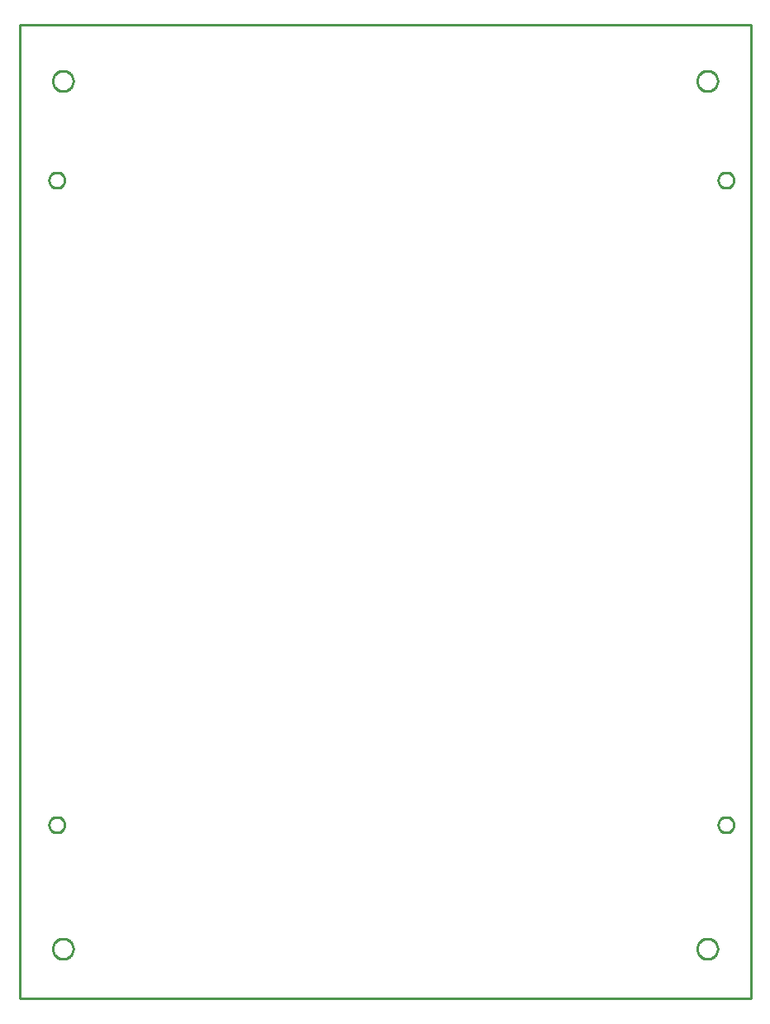
<source format=gbr>
G04 EAGLE Gerber RS-274X export*
G75*
%MOMM*%
%FSLAX34Y34*%
%LPD*%
%INSolderpaste Bottom*%
%IPPOS*%
%AMOC8*
5,1,8,0,0,1.08239X$1,22.5*%
G01*
%ADD10C,0.254000*%


D10*
X0Y0D02*
X749300Y0D01*
X749300Y996950D01*
X0Y996950D01*
X0Y0D01*
X731900Y177407D02*
X731823Y176625D01*
X731670Y175854D01*
X731441Y175102D01*
X731141Y174375D01*
X730770Y173682D01*
X730333Y173029D01*
X729835Y172421D01*
X729279Y171865D01*
X728671Y171367D01*
X728018Y170930D01*
X727325Y170559D01*
X726598Y170259D01*
X725846Y170030D01*
X725075Y169877D01*
X724293Y169800D01*
X723507Y169800D01*
X722725Y169877D01*
X721954Y170030D01*
X721202Y170259D01*
X720475Y170559D01*
X719782Y170930D01*
X719129Y171367D01*
X718521Y171865D01*
X717965Y172421D01*
X717467Y173029D01*
X717030Y173682D01*
X716659Y174375D01*
X716359Y175102D01*
X716130Y175854D01*
X715977Y176625D01*
X715900Y177407D01*
X715900Y178193D01*
X715977Y178975D01*
X716130Y179746D01*
X716359Y180498D01*
X716659Y181225D01*
X717030Y181918D01*
X717467Y182571D01*
X717965Y183179D01*
X718521Y183735D01*
X719129Y184233D01*
X719782Y184670D01*
X720475Y185041D01*
X721202Y185341D01*
X721954Y185570D01*
X722725Y185723D01*
X723507Y185800D01*
X724293Y185800D01*
X725075Y185723D01*
X725846Y185570D01*
X726598Y185341D01*
X727325Y185041D01*
X728018Y184670D01*
X728671Y184233D01*
X729279Y183735D01*
X729835Y183179D01*
X730333Y182571D01*
X730770Y181918D01*
X731141Y181225D01*
X731441Y180498D01*
X731670Y179746D01*
X731823Y178975D01*
X731900Y178193D01*
X731900Y177407D01*
X46100Y177407D02*
X46023Y176625D01*
X45870Y175854D01*
X45641Y175102D01*
X45341Y174375D01*
X44970Y173682D01*
X44533Y173029D01*
X44035Y172421D01*
X43479Y171865D01*
X42871Y171367D01*
X42218Y170930D01*
X41525Y170559D01*
X40798Y170259D01*
X40046Y170030D01*
X39275Y169877D01*
X38493Y169800D01*
X37707Y169800D01*
X36925Y169877D01*
X36154Y170030D01*
X35402Y170259D01*
X34675Y170559D01*
X33982Y170930D01*
X33329Y171367D01*
X32721Y171865D01*
X32165Y172421D01*
X31667Y173029D01*
X31230Y173682D01*
X30859Y174375D01*
X30559Y175102D01*
X30330Y175854D01*
X30177Y176625D01*
X30100Y177407D01*
X30100Y178193D01*
X30177Y178975D01*
X30330Y179746D01*
X30559Y180498D01*
X30859Y181225D01*
X31230Y181918D01*
X31667Y182571D01*
X32165Y183179D01*
X32721Y183735D01*
X33329Y184233D01*
X33982Y184670D01*
X34675Y185041D01*
X35402Y185341D01*
X36154Y185570D01*
X36925Y185723D01*
X37707Y185800D01*
X38493Y185800D01*
X39275Y185723D01*
X40046Y185570D01*
X40798Y185341D01*
X41525Y185041D01*
X42218Y184670D01*
X42871Y184233D01*
X43479Y183735D01*
X44035Y183179D01*
X44533Y182571D01*
X44970Y181918D01*
X45341Y181225D01*
X45641Y180498D01*
X45870Y179746D01*
X46023Y178975D01*
X46100Y178193D01*
X46100Y177407D01*
X46100Y837807D02*
X46023Y837025D01*
X45870Y836254D01*
X45641Y835502D01*
X45341Y834775D01*
X44970Y834082D01*
X44533Y833429D01*
X44035Y832821D01*
X43479Y832265D01*
X42871Y831767D01*
X42218Y831330D01*
X41525Y830959D01*
X40798Y830659D01*
X40046Y830430D01*
X39275Y830277D01*
X38493Y830200D01*
X37707Y830200D01*
X36925Y830277D01*
X36154Y830430D01*
X35402Y830659D01*
X34675Y830959D01*
X33982Y831330D01*
X33329Y831767D01*
X32721Y832265D01*
X32165Y832821D01*
X31667Y833429D01*
X31230Y834082D01*
X30859Y834775D01*
X30559Y835502D01*
X30330Y836254D01*
X30177Y837025D01*
X30100Y837807D01*
X30100Y838593D01*
X30177Y839375D01*
X30330Y840146D01*
X30559Y840898D01*
X30859Y841625D01*
X31230Y842318D01*
X31667Y842971D01*
X32165Y843579D01*
X32721Y844135D01*
X33329Y844633D01*
X33982Y845070D01*
X34675Y845441D01*
X35402Y845741D01*
X36154Y845970D01*
X36925Y846123D01*
X37707Y846200D01*
X38493Y846200D01*
X39275Y846123D01*
X40046Y845970D01*
X40798Y845741D01*
X41525Y845441D01*
X42218Y845070D01*
X42871Y844633D01*
X43479Y844135D01*
X44035Y843579D01*
X44533Y842971D01*
X44970Y842318D01*
X45341Y841625D01*
X45641Y840898D01*
X45870Y840146D01*
X46023Y839375D01*
X46100Y838593D01*
X46100Y837807D01*
X731900Y837807D02*
X731823Y837025D01*
X731670Y836254D01*
X731441Y835502D01*
X731141Y834775D01*
X730770Y834082D01*
X730333Y833429D01*
X729835Y832821D01*
X729279Y832265D01*
X728671Y831767D01*
X728018Y831330D01*
X727325Y830959D01*
X726598Y830659D01*
X725846Y830430D01*
X725075Y830277D01*
X724293Y830200D01*
X723507Y830200D01*
X722725Y830277D01*
X721954Y830430D01*
X721202Y830659D01*
X720475Y830959D01*
X719782Y831330D01*
X719129Y831767D01*
X718521Y832265D01*
X717965Y832821D01*
X717467Y833429D01*
X717030Y834082D01*
X716659Y834775D01*
X716359Y835502D01*
X716130Y836254D01*
X715977Y837025D01*
X715900Y837807D01*
X715900Y838593D01*
X715977Y839375D01*
X716130Y840146D01*
X716359Y840898D01*
X716659Y841625D01*
X717030Y842318D01*
X717467Y842971D01*
X717965Y843579D01*
X718521Y844135D01*
X719129Y844633D01*
X719782Y845070D01*
X720475Y845441D01*
X721202Y845741D01*
X721954Y845970D01*
X722725Y846123D01*
X723507Y846200D01*
X724293Y846200D01*
X725075Y846123D01*
X725846Y845970D01*
X726598Y845741D01*
X727325Y845441D01*
X728018Y845070D01*
X728671Y844633D01*
X729279Y844135D01*
X729835Y843579D01*
X730333Y842971D01*
X730770Y842318D01*
X731141Y841625D01*
X731441Y840898D01*
X731670Y840146D01*
X731823Y839375D01*
X731900Y838593D01*
X731900Y837807D01*
X54950Y939387D02*
X54885Y938565D01*
X54756Y937750D01*
X54564Y936948D01*
X54309Y936163D01*
X53993Y935401D01*
X53618Y934666D01*
X53187Y933962D01*
X52702Y933295D01*
X52166Y932667D01*
X51583Y932084D01*
X50956Y931548D01*
X50288Y931063D01*
X49584Y930632D01*
X48849Y930257D01*
X48087Y929941D01*
X47302Y929686D01*
X46500Y929494D01*
X45685Y929365D01*
X44863Y929300D01*
X44037Y929300D01*
X43215Y929365D01*
X42400Y929494D01*
X41598Y929686D01*
X40813Y929941D01*
X40051Y930257D01*
X39316Y930632D01*
X38612Y931063D01*
X37945Y931548D01*
X37317Y932084D01*
X36734Y932667D01*
X36198Y933295D01*
X35713Y933962D01*
X35282Y934666D01*
X34907Y935401D01*
X34591Y936163D01*
X34336Y936948D01*
X34144Y937750D01*
X34015Y938565D01*
X33950Y939387D01*
X33950Y940213D01*
X34015Y941035D01*
X34144Y941850D01*
X34336Y942652D01*
X34591Y943437D01*
X34907Y944199D01*
X35282Y944934D01*
X35713Y945638D01*
X36198Y946306D01*
X36734Y946933D01*
X37317Y947516D01*
X37945Y948052D01*
X38612Y948537D01*
X39316Y948968D01*
X40051Y949343D01*
X40813Y949659D01*
X41598Y949914D01*
X42400Y950106D01*
X43215Y950235D01*
X44037Y950300D01*
X44863Y950300D01*
X45685Y950235D01*
X46500Y950106D01*
X47302Y949914D01*
X48087Y949659D01*
X48849Y949343D01*
X49584Y948968D01*
X50288Y948537D01*
X50956Y948052D01*
X51583Y947516D01*
X52166Y946933D01*
X52702Y946306D01*
X53187Y945638D01*
X53618Y944934D01*
X53993Y944199D01*
X54309Y943437D01*
X54564Y942652D01*
X54756Y941850D01*
X54885Y941035D01*
X54950Y940213D01*
X54950Y939387D01*
X715350Y939387D02*
X715285Y938565D01*
X715156Y937750D01*
X714964Y936948D01*
X714709Y936163D01*
X714393Y935401D01*
X714018Y934666D01*
X713587Y933962D01*
X713102Y933295D01*
X712566Y932667D01*
X711983Y932084D01*
X711356Y931548D01*
X710688Y931063D01*
X709984Y930632D01*
X709249Y930257D01*
X708487Y929941D01*
X707702Y929686D01*
X706900Y929494D01*
X706085Y929365D01*
X705263Y929300D01*
X704437Y929300D01*
X703615Y929365D01*
X702800Y929494D01*
X701998Y929686D01*
X701213Y929941D01*
X700451Y930257D01*
X699716Y930632D01*
X699012Y931063D01*
X698345Y931548D01*
X697717Y932084D01*
X697134Y932667D01*
X696598Y933295D01*
X696113Y933962D01*
X695682Y934666D01*
X695307Y935401D01*
X694991Y936163D01*
X694736Y936948D01*
X694544Y937750D01*
X694415Y938565D01*
X694350Y939387D01*
X694350Y940213D01*
X694415Y941035D01*
X694544Y941850D01*
X694736Y942652D01*
X694991Y943437D01*
X695307Y944199D01*
X695682Y944934D01*
X696113Y945638D01*
X696598Y946306D01*
X697134Y946933D01*
X697717Y947516D01*
X698345Y948052D01*
X699012Y948537D01*
X699716Y948968D01*
X700451Y949343D01*
X701213Y949659D01*
X701998Y949914D01*
X702800Y950106D01*
X703615Y950235D01*
X704437Y950300D01*
X705263Y950300D01*
X706085Y950235D01*
X706900Y950106D01*
X707702Y949914D01*
X708487Y949659D01*
X709249Y949343D01*
X709984Y948968D01*
X710688Y948537D01*
X711356Y948052D01*
X711983Y947516D01*
X712566Y946933D01*
X713102Y946306D01*
X713587Y945638D01*
X714018Y944934D01*
X714393Y944199D01*
X714709Y943437D01*
X714964Y942652D01*
X715156Y941850D01*
X715285Y941035D01*
X715350Y940213D01*
X715350Y939387D01*
X54950Y50387D02*
X54885Y49565D01*
X54756Y48750D01*
X54564Y47948D01*
X54309Y47163D01*
X53993Y46401D01*
X53618Y45666D01*
X53187Y44962D01*
X52702Y44295D01*
X52166Y43667D01*
X51583Y43084D01*
X50956Y42548D01*
X50288Y42063D01*
X49584Y41632D01*
X48849Y41257D01*
X48087Y40941D01*
X47302Y40686D01*
X46500Y40494D01*
X45685Y40365D01*
X44863Y40300D01*
X44037Y40300D01*
X43215Y40365D01*
X42400Y40494D01*
X41598Y40686D01*
X40813Y40941D01*
X40051Y41257D01*
X39316Y41632D01*
X38612Y42063D01*
X37945Y42548D01*
X37317Y43084D01*
X36734Y43667D01*
X36198Y44295D01*
X35713Y44962D01*
X35282Y45666D01*
X34907Y46401D01*
X34591Y47163D01*
X34336Y47948D01*
X34144Y48750D01*
X34015Y49565D01*
X33950Y50387D01*
X33950Y51213D01*
X34015Y52035D01*
X34144Y52850D01*
X34336Y53652D01*
X34591Y54437D01*
X34907Y55199D01*
X35282Y55934D01*
X35713Y56638D01*
X36198Y57306D01*
X36734Y57933D01*
X37317Y58516D01*
X37945Y59052D01*
X38612Y59537D01*
X39316Y59968D01*
X40051Y60343D01*
X40813Y60659D01*
X41598Y60914D01*
X42400Y61106D01*
X43215Y61235D01*
X44037Y61300D01*
X44863Y61300D01*
X45685Y61235D01*
X46500Y61106D01*
X47302Y60914D01*
X48087Y60659D01*
X48849Y60343D01*
X49584Y59968D01*
X50288Y59537D01*
X50956Y59052D01*
X51583Y58516D01*
X52166Y57933D01*
X52702Y57306D01*
X53187Y56638D01*
X53618Y55934D01*
X53993Y55199D01*
X54309Y54437D01*
X54564Y53652D01*
X54756Y52850D01*
X54885Y52035D01*
X54950Y51213D01*
X54950Y50387D01*
X715350Y50387D02*
X715285Y49565D01*
X715156Y48750D01*
X714964Y47948D01*
X714709Y47163D01*
X714393Y46401D01*
X714018Y45666D01*
X713587Y44962D01*
X713102Y44295D01*
X712566Y43667D01*
X711983Y43084D01*
X711356Y42548D01*
X710688Y42063D01*
X709984Y41632D01*
X709249Y41257D01*
X708487Y40941D01*
X707702Y40686D01*
X706900Y40494D01*
X706085Y40365D01*
X705263Y40300D01*
X704437Y40300D01*
X703615Y40365D01*
X702800Y40494D01*
X701998Y40686D01*
X701213Y40941D01*
X700451Y41257D01*
X699716Y41632D01*
X699012Y42063D01*
X698345Y42548D01*
X697717Y43084D01*
X697134Y43667D01*
X696598Y44295D01*
X696113Y44962D01*
X695682Y45666D01*
X695307Y46401D01*
X694991Y47163D01*
X694736Y47948D01*
X694544Y48750D01*
X694415Y49565D01*
X694350Y50387D01*
X694350Y51213D01*
X694415Y52035D01*
X694544Y52850D01*
X694736Y53652D01*
X694991Y54437D01*
X695307Y55199D01*
X695682Y55934D01*
X696113Y56638D01*
X696598Y57306D01*
X697134Y57933D01*
X697717Y58516D01*
X698345Y59052D01*
X699012Y59537D01*
X699716Y59968D01*
X700451Y60343D01*
X701213Y60659D01*
X701998Y60914D01*
X702800Y61106D01*
X703615Y61235D01*
X704437Y61300D01*
X705263Y61300D01*
X706085Y61235D01*
X706900Y61106D01*
X707702Y60914D01*
X708487Y60659D01*
X709249Y60343D01*
X709984Y59968D01*
X710688Y59537D01*
X711356Y59052D01*
X711983Y58516D01*
X712566Y57933D01*
X713102Y57306D01*
X713587Y56638D01*
X714018Y55934D01*
X714393Y55199D01*
X714709Y54437D01*
X714964Y53652D01*
X715156Y52850D01*
X715285Y52035D01*
X715350Y51213D01*
X715350Y50387D01*
M02*

</source>
